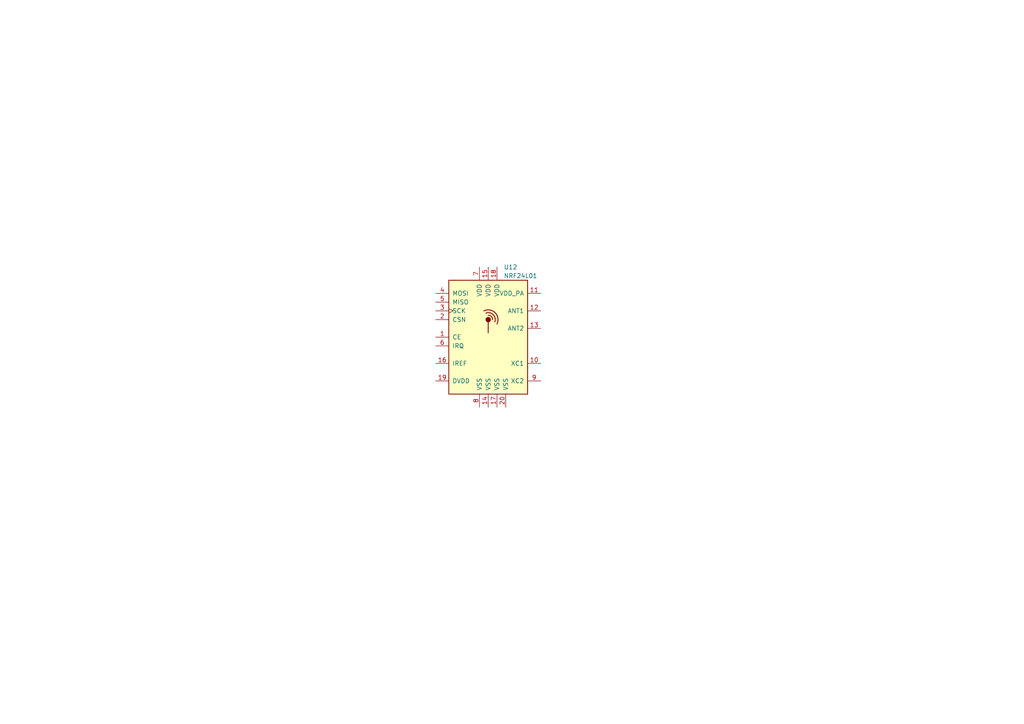
<source format=kicad_sch>
(kicad_sch (version 20230121) (generator eeschema)
  (paper "A4")
  (lib_symbols
    (symbol "RF:NRF24L01" (pin_names (offset 1.016))
      (property "Reference" "U" (at -11.43 17.78 0))
      (property "Value" "NRF24L01" (at 5.08 17.78 0))
      (symbol "NRF24L01_0_1"
        (rectangle (start -11.43 16.51) (end 11.43 -16.51) (stroke (width 0.254)) (fill (type background)))
        (polyline (pts (xy 0 4.445) (xy 0 1.27)) (stroke (width 0.254)))
        (circle (center 0 5.08) (radius 0.635) (stroke (width 0.254)) (fill (type outline)))
        (arc (start 1.27 5.08) (mid 0.9071 5.9946) (end 0 6.35) (stroke (width 0.254)))
        (arc (start 1.905 4.445) (mid 1.4313 6.5254) (end -0.635 6.985) (stroke (width 0.254)))
        (arc (start 2.54 3.81) (mid 2.008 7.088) (end -1.27 7.62) (stroke (width 0.254)))
        (rectangle (start 11.43 -13.97) (end 11.43 -13.97))
      )
      (symbol "NRF24L01_1_1"
        (pin input line (at -15.24 0 0) (length 3.81) (name "CE") (number "1"))
        (pin passive line (at 15.24 -7.62 180) (length 3.81) (name "XC1") (number "10"))
        (pin power_out line (at 15.24 12.7 180) (length 3.81) (name "VDD_PA") (number "11"))
        (pin passive line (at 15.24 7.62 180) (length 3.81) (name "ANT1") (number "12"))
        (pin passive line (at 15.24 2.54 180) (length 3.81) (name "ANT2") (number "13"))
        (pin power_in line (at 0 -20.32 90) (length 3.81) (name "VSS") (number "14"))
        (pin power_in line (at 0 20.32 270) (length 3.81) (name "VDD") (number "15"))
        (pin passive line (at -15.24 -7.62 0) (length 3.81) (name "IREF") (number "16"))
        (pin power_in line (at 2.54 -20.32 90) (length 3.81) (name "VSS") (number "17"))
        (pin power_in line (at 2.54 20.32 270) (length 3.81) (name "VDD") (number "18"))
        (pin power_out line (at -15.24 -12.7 0) (length 3.81) (name "DVDD") (number "19"))
        (pin input line (at -15.24 5.08 0) (length 3.81) (name "CSN") (number "2"))
        (pin power_in line (at 5.08 -20.32 90) (length 3.81) (name "VSS") (number "20"))
        (pin input clock (at -15.24 7.62 0) (length 3.81) (name "SCK") (number "3"))
        (pin input line (at -15.24 12.7 0) (length 3.81) (name "MOSI") (number "4"))
        (pin output line (at -15.24 10.16 0) (length 3.81) (name "MISO") (number "5"))
        (pin output line (at -15.24 -2.54 0) (length 3.81) (name "IRQ") (number "6"))
        (pin power_in line (at -2.54 20.32 270) (length 3.81) (name "VDD") (number "7"))
        (pin power_in line (at -2.54 -20.32 90) (length 3.81) (name "VSS") (number "8"))
        (pin passive line (at 15.24 -12.7 180) (length 3.81) (name "XC2") (number "9"))
      )
    )
  )
  (symbol (lib_id "RF:NRF24L01") (at 141.605 97.79 0) (unit 1)
    (property "Reference" "U12" (at 146.1009 77.47 0) (effects (justify left)))
    (property "Value" "NRF24L01" (at 146.1009 80.01 0) (effects (justify left)))
    (property "Footprint" "Package_DFN_QFN:QFN-20-1EP_4x4mm_P0.5mm_EP2.5x2.5mm" (effects hide))
    (property "Datasheet" "http://www.nordicsemi.com/eng/content/download/2730/34105/file/nRF24L01_Product_Specification_v2_0.pdf" (effects hide))
  )
)
</source>
